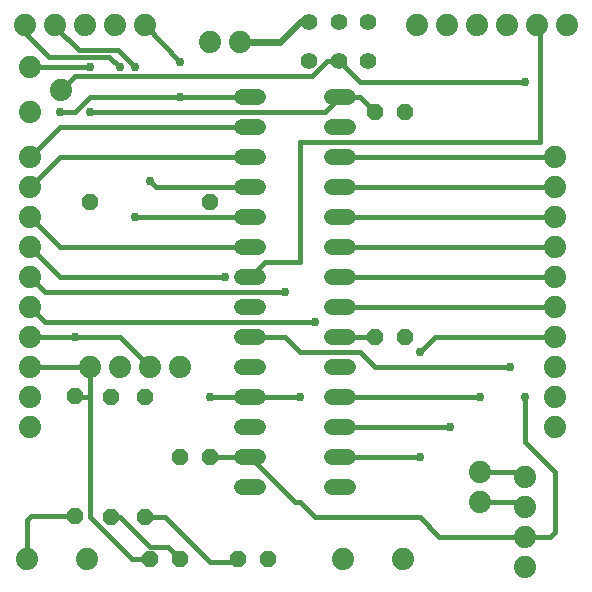
<source format=gbr>
G04 EAGLE Gerber RS-274X export*
G75*
%MOMM*%
%FSLAX34Y34*%
%LPD*%
%INTop Copper*%
%IPPOS*%
%AMOC8*
5,1,8,0,0,1.08239X$1,22.5*%
G01*
%ADD10C,1.320800*%
%ADD11C,1.879600*%
%ADD12C,1.408000*%
%ADD13P,1.429621X8X22.500000*%
%ADD14P,1.429621X8X202.500000*%
%ADD15P,1.429621X8X292.500000*%
%ADD16P,1.429621X8X112.500000*%
%ADD17C,0.609600*%
%ADD18C,0.406400*%
%ADD19C,0.756400*%


D10*
X205296Y419100D02*
X218504Y419100D01*
X218504Y393700D02*
X205296Y393700D01*
X205296Y368300D02*
X218504Y368300D01*
X218504Y342900D02*
X205296Y342900D01*
X205296Y317500D02*
X218504Y317500D01*
X218504Y292100D02*
X205296Y292100D01*
X205296Y266700D02*
X218504Y266700D01*
X218504Y241300D02*
X205296Y241300D01*
X205296Y215900D02*
X218504Y215900D01*
X218504Y190500D02*
X205296Y190500D01*
X205296Y165100D02*
X218504Y165100D01*
X218504Y139700D02*
X205296Y139700D01*
X205296Y114300D02*
X218504Y114300D01*
X218504Y88900D02*
X205296Y88900D01*
X281496Y88900D02*
X294704Y88900D01*
X294704Y114300D02*
X281496Y114300D01*
X281496Y139700D02*
X294704Y139700D01*
X294704Y165100D02*
X281496Y165100D01*
X281496Y190500D02*
X294704Y190500D01*
X294704Y215900D02*
X281496Y215900D01*
X281496Y241300D02*
X294704Y241300D01*
X294704Y266700D02*
X281496Y266700D01*
X281496Y292100D02*
X294704Y292100D01*
X294704Y317500D02*
X281496Y317500D01*
X281496Y342900D02*
X294704Y342900D01*
X294704Y368300D02*
X281496Y368300D01*
X281496Y393700D02*
X294704Y393700D01*
X294704Y419100D02*
X281496Y419100D01*
D11*
X177800Y466090D03*
X203200Y466090D03*
D12*
X262020Y449590D03*
X287020Y449590D03*
X312020Y449590D03*
X312020Y482590D03*
X287020Y482590D03*
X262020Y482590D03*
D11*
X76200Y190500D03*
X101600Y190500D03*
X127000Y190500D03*
X152400Y190500D03*
X353010Y480060D03*
X378410Y480060D03*
X403810Y480060D03*
X429210Y480060D03*
X454610Y480060D03*
X480010Y480060D03*
X123000Y480060D03*
X97600Y480060D03*
X72200Y480060D03*
X46800Y480060D03*
X21400Y480060D03*
X444500Y21590D03*
X444500Y46990D03*
X444500Y72390D03*
X444500Y97790D03*
X469900Y368300D03*
X469900Y342900D03*
X469900Y317500D03*
X469900Y292100D03*
X469900Y266700D03*
X406400Y76200D03*
D13*
X127000Y27940D03*
X152400Y27940D03*
D14*
X227330Y27940D03*
X201930Y27940D03*
D11*
X22860Y27940D03*
X73660Y27940D03*
X290830Y27940D03*
X341630Y27940D03*
D15*
X93980Y165100D03*
X93980Y63500D03*
X123190Y165100D03*
X123190Y63500D03*
D16*
X63500Y64770D03*
X63500Y166370D03*
D13*
X317500Y406400D03*
X342900Y406400D03*
D14*
X177800Y114300D03*
X152400Y114300D03*
D13*
X317500Y215900D03*
X342900Y215900D03*
D14*
X177800Y330200D03*
X76200Y330200D03*
D11*
X406400Y101600D03*
X469900Y241300D03*
X469900Y215900D03*
X469900Y190500D03*
X469900Y165100D03*
X469900Y139700D03*
X25400Y241300D03*
X25400Y215900D03*
X25400Y190500D03*
X25400Y165100D03*
X25400Y139700D03*
X25400Y368300D03*
X25400Y342900D03*
X25400Y317500D03*
X25400Y292100D03*
X25400Y266700D03*
X25400Y444500D03*
X25400Y406400D03*
X52070Y425450D03*
D17*
X203200Y466090D02*
X237490Y466090D01*
X253990Y482590D02*
X262020Y482590D01*
X253990Y482590D02*
X237490Y466090D01*
D18*
X101600Y215900D02*
X127000Y190500D01*
X101600Y215900D02*
X63500Y215900D01*
X25400Y215900D01*
D19*
X63500Y215900D03*
D18*
X277005Y449590D02*
X287020Y449590D01*
X63782Y437162D02*
X52070Y425450D01*
X63782Y437162D02*
X264577Y437162D01*
X277005Y449590D01*
X287020Y449590D02*
X304810Y431800D01*
X444500Y431800D01*
D19*
X444500Y431800D03*
D18*
X304800Y419100D02*
X288100Y419100D01*
X304800Y419100D02*
X317500Y406400D01*
X211900Y114300D02*
X177800Y114300D01*
X76200Y190500D02*
X25400Y190500D01*
X76200Y190500D02*
X76200Y165100D01*
X76200Y63500D01*
X111760Y27940D01*
X127000Y27940D01*
X64770Y165100D02*
X63500Y166370D01*
X64770Y165100D02*
X76200Y165100D01*
D19*
X76200Y444500D03*
D18*
X25400Y444500D01*
X211900Y114300D02*
X250000Y76200D01*
X254000Y76200D01*
X266700Y63500D01*
X355600Y63500D01*
X372110Y46990D02*
X444500Y46990D01*
X372110Y46990D02*
X355600Y63500D01*
D19*
X76200Y406400D03*
D18*
X275400Y406400D02*
X288100Y419100D01*
X275400Y406400D02*
X76200Y406400D01*
X444500Y165100D02*
X444500Y127000D01*
X469900Y101600D01*
X469900Y50800D01*
X466090Y46990D01*
X444500Y46990D01*
D19*
X444500Y165100D03*
D18*
X101600Y63500D02*
X93980Y63500D01*
X101600Y63500D02*
X127000Y38100D01*
X142240Y38100D02*
X152400Y27940D01*
X142240Y38100D02*
X127000Y38100D01*
X288100Y215900D02*
X317500Y215900D01*
X22860Y60960D02*
X22860Y27940D01*
X26670Y64770D02*
X63500Y64770D01*
X26670Y64770D02*
X22860Y60960D01*
D19*
X50800Y406400D03*
D18*
X63500Y406400D01*
X76200Y419100D01*
X152400Y419100D01*
X211900Y419100D01*
D19*
X152400Y419100D03*
D18*
X152400Y449390D02*
X123000Y480060D01*
D19*
X152400Y449390D03*
D18*
X114300Y444500D02*
X99822Y458978D01*
X66612Y458978D01*
D19*
X114300Y444500D03*
X127000Y347980D03*
D18*
X132080Y342900D01*
X211900Y342900D01*
X66612Y458978D02*
X46800Y478790D01*
X46800Y480060D01*
X92710Y453390D02*
X101600Y444500D01*
X50800Y453390D02*
X46800Y453390D01*
D19*
X101600Y444500D03*
D18*
X92710Y453390D02*
X50800Y453390D01*
D19*
X114300Y317500D03*
D18*
X211900Y317500D01*
X46800Y453390D02*
X41910Y453390D01*
X21400Y473900D02*
X21400Y480060D01*
X21400Y473900D02*
X41910Y453390D01*
X123190Y63500D02*
X139700Y63500D01*
X177800Y25400D02*
X199390Y25400D01*
X201930Y27940D01*
X177800Y25400D02*
X139700Y63500D01*
X211900Y165100D02*
X254000Y165100D01*
D19*
X254000Y165100D03*
X177800Y165100D03*
D18*
X211900Y165100D01*
X50800Y266700D02*
X25400Y292100D01*
X50800Y266700D02*
X190500Y266700D01*
D19*
X190500Y266700D03*
D18*
X211900Y215900D02*
X241300Y215900D01*
X254000Y203200D01*
X304800Y203200D01*
X317500Y190500D01*
X431800Y190500D01*
D19*
X431800Y190500D03*
D18*
X224600Y279400D02*
X211900Y266700D01*
X224600Y279400D02*
X254000Y279400D01*
X254000Y381000D01*
X457200Y381000D01*
X457200Y477470D01*
X454610Y480060D01*
X50800Y292100D02*
X25400Y317500D01*
X50800Y292100D02*
X211900Y292100D01*
D19*
X241300Y254000D03*
D18*
X38100Y254000D01*
X25400Y266700D01*
X288100Y165100D02*
X406400Y165100D01*
X406400Y101600D02*
X440690Y101600D01*
X444500Y97790D01*
D19*
X406400Y165100D03*
D18*
X381000Y139700D02*
X288100Y139700D01*
D19*
X381000Y139700D03*
D18*
X406400Y76200D02*
X440690Y76200D01*
X444500Y72390D01*
X211900Y393700D02*
X50800Y393700D01*
X25400Y368300D01*
X25400Y342900D02*
X50800Y368300D01*
X211900Y368300D01*
X288100Y368300D02*
X469900Y368300D01*
X469900Y342900D02*
X288100Y342900D01*
X288100Y317500D02*
X469900Y317500D01*
X469900Y292100D02*
X288100Y292100D01*
X288100Y266700D02*
X469900Y266700D01*
X469900Y241300D02*
X288100Y241300D01*
X288100Y114300D02*
X355600Y114300D01*
D19*
X355600Y114300D03*
X355600Y203200D03*
D18*
X368300Y215900D01*
X469900Y215900D01*
D19*
X266700Y228600D03*
D18*
X38100Y228600D01*
X25400Y241300D01*
M02*

</source>
